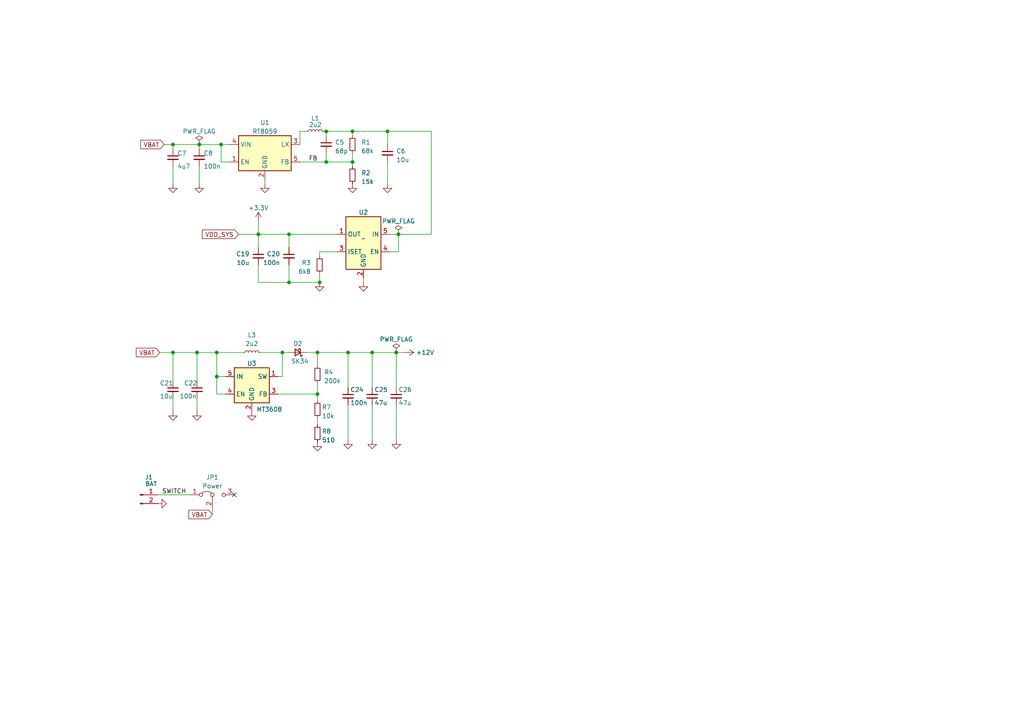
<source format=kicad_sch>
(kicad_sch (version 20230121) (generator eeschema)
  (paper "A4")
  (lib_symbols
    (symbol "Collins_Custom_Libs:RT8059"
      (property "Reference" "U" (at 0 6.35 0))
      (property "Value" "RT8059" (at 0 8.89 0))
      (symbol "RT8059_0_1"
        (rectangle (start -7.62 5.08) (end 7.62 -5.08) (stroke (width 0.254)) (fill (type background)))
      )
      (symbol "RT8059_1_1"
        (pin input line (at -10.16 -2.54 0) (length 2.54) (name "EN") (number "1"))
        (pin power_in line (at 0 -7.62 90) (length 2.54) (name "GND") (number "2"))
        (pin power_out line (at 10.16 2.54 180) (length 2.54) (name "LX") (number "3"))
        (pin power_in line (at -10.16 2.54 0) (length 2.54) (name "VIN") (number "4"))
        (pin input line (at 10.16 -2.54 180) (length 2.54) (name "FB") (number "5"))
      )
    )
    (symbol "Collins_Custom_Libs:SY6280"
      (property "Reference" "U" (at 0 8.89 0))
      (symbol "SY6280_0_1"
        (rectangle (start -5.08 7.62) (end 5.08 -7.62) (stroke (width 0.254)) (fill (type background)))
      )
      (symbol "SY6280_1_1"
        (pin power_out line (at 7.62 2.54 180) (length 2.54) (name "OUT") (number "1"))
        (pin power_in line (at 0 -10.16 90) (length 2.54) (name "GND") (number "2"))
        (pin input line (at 7.62 -2.54 180) (length 2.54) (name "ISET") (number "3"))
        (pin input line (at -7.62 -2.54 0) (length 2.54) (name "EN") (number "4"))
        (pin power_in line (at -7.62 2.54 0) (length 2.54) (name "IN") (number "5"))
      )
    )
    (symbol "Connector:Conn_01x02_Pin" (pin_names (offset 1.016) hide)
      (property "Reference" "J" (at 0 2.54 0))
      (property "Value" "Conn_01x02_Pin" (at 0 -5.08 0))
      (symbol "Conn_01x02_Pin_1_1"
        (polyline (pts (xy 1.27 -2.54) (xy 0.8636 -2.54)) (stroke (width 0.1524)))
        (polyline (pts (xy 1.27 0) (xy 0.8636 0)) (stroke (width 0.1524)))
        (rectangle (start 0.8636 -2.413) (end 0 -2.667) (stroke (width 0.1524)) (fill (type outline)))
        (rectangle (start 0.8636 0.127) (end 0 -0.127) (stroke (width 0.1524)) (fill (type outline)))
        (pin passive line (at 5.08 0 180) (length 3.81) (name "Pin_1") (number "1"))
        (pin passive line (at 5.08 -2.54 180) (length 3.81) (name "Pin_2") (number "2"))
      )
    )
    (symbol "Device:C_Small" (pin_numbers hide) (pin_names (offset 0.254) hide)
      (property "Reference" "C" (at 0.254 1.778 0))
      (property "Value" "C_Small" (at 0.254 -2.032 0))
      (symbol "C_Small_0_1"
        (polyline (pts (xy -1.524 -0.508) (xy 1.524 -0.508)) (stroke (width 0.3302)))
        (polyline (pts (xy -1.524 0.508) (xy 1.524 0.508)) (stroke (width 0.3048)))
      )
      (symbol "C_Small_1_1"
        (pin passive line (at 0 2.54 270) (length 2.032) (name "~") (number "1"))
        (pin passive line (at 0 -2.54 90) (length 2.032) (name "~") (number "2"))
      )
    )
    (symbol "Device:D_Schottky_Small" (pin_numbers hide) (pin_names (offset 0.254) hide)
      (property "Reference" "D" (at -1.27 2.032 0))
      (property "Value" "D_Schottky_Small" (at -7.112 -2.032 0))
      (symbol "D_Schottky_Small_0_1"
        (polyline (pts (xy -0.762 0) (xy 0.762 0)))
        (polyline (pts (xy 0.762 -1.016) (xy -0.762 0) (xy 0.762 1.016) (xy 0.762 -1.016)) (stroke (width 0.254)))
        (polyline (pts (xy -1.27 0.762) (xy -1.27 1.016) (xy -0.762 1.016) (xy -0.762 -1.016) (xy -0.254 -1.016) (xy -0.254 -0.762)) (stroke (width 0.254)))
      )
      (symbol "D_Schottky_Small_1_1"
        (pin passive line (at -2.54 0 0) (length 1.778) (name "K") (number "1"))
        (pin passive line (at 2.54 0 180) (length 1.778) (name "A") (number "2"))
      )
    )
    (symbol "Device:L_Small" (pin_numbers hide) (pin_names (offset 0.254) hide)
      (property "Reference" "L" (at 0.762 1.016 0))
      (property "Value" "L_Small" (at 0.762 -1.016 0))
      (symbol "L_Small_0_1"
        (arc (start 0 -2.032) (mid 0.5058 -1.524) (end 0 -1.016))
        (arc (start 0 -1.016) (mid 0.5058 -0.508) (end 0 0))
        (arc (start 0 0) (mid 0.5058 0.508) (end 0 1.016))
        (arc (start 0 1.016) (mid 0.5058 1.524) (end 0 2.032))
      )
      (symbol "L_Small_1_1"
        (pin passive line (at 0 2.54 270) (length 0.508) (name "~") (number "1"))
        (pin passive line (at 0 -2.54 90) (length 0.508) (name "~") (number "2"))
      )
    )
    (symbol "Device:R_Small" (pin_numbers hide) (pin_names (offset 0.254) hide)
      (property "Reference" "R" (at 0.762 0.508 0))
      (property "Value" "R_Small" (at 0.762 -1.016 0))
      (symbol "R_Small_0_1"
        (rectangle (start -0.762 1.778) (end 0.762 -1.778) (stroke (width 0.2032)))
      )
      (symbol "R_Small_1_1"
        (pin passive line (at 0 2.54 270) (length 0.762) (name "~") (number "1"))
        (pin passive line (at 0 -2.54 90) (length 0.762) (name "~") (number "2"))
      )
    )
    (symbol "Jumper:Jumper_3_Bridged12" (pin_names (offset 0) hide)
      (property "Reference" "JP" (at -2.54 -2.54 0))
      (property "Value" "Jumper_3_Bridged12" (at 0 2.794 0))
      (symbol "Jumper_3_Bridged12_0_0"
        (circle (center -3.302 0) (radius 0.508))
        (circle (center 0 0) (radius 0.508))
        (circle (center 3.302 0) (radius 0.508))
      )
      (symbol "Jumper_3_Bridged12_0_1"
        (arc (start -0.254 0.508) (mid -1.651 0.9912) (end -3.048 0.508))
        (polyline (pts (xy 0 -1.27) (xy 0 -0.508)))
      )
      (symbol "Jumper_3_Bridged12_1_1"
        (pin passive line (at -6.35 0 0) (length 2.54) (name "A") (number "1"))
        (pin passive line (at 0 -3.81 90) (length 2.54) (name "C") (number "2"))
        (pin passive line (at 6.35 0 180) (length 2.54) (name "B") (number "3"))
      )
    )
    (symbol "Regulator_Switching:MT3608"
      (property "Reference" "U" (at -2.54 8.89 0))
      (property "Value" "MT3608" (at -3.81 6.35 0))
      (symbol "MT3608_0_1"
        (rectangle (start -5.08 5.08) (end 5.08 -5.08) (stroke (width 0.254)) (fill (type background)))
      )
      (symbol "MT3608_1_1"
        (pin passive line (at 7.62 2.54 180) (length 2.54) (name "SW") (number "1"))
        (pin power_in line (at 0 -7.62 90) (length 2.54) (name "GND") (number "2"))
        (pin input line (at 7.62 -2.54 180) (length 2.54) (name "FB") (number "3"))
        (pin input line (at -7.62 -2.54 0) (length 2.54) (name "EN") (number "4"))
        (pin power_in line (at -7.62 2.54 0) (length 2.54) (name "IN") (number "5"))
        (pin no_connect line (at 5.08 0 180) (length 2.54) hide (name "NC") (number "6"))
      )
    )
    (symbol "power:+12V" (power) (pin_names (offset 0))
      (property "Value" "+12V" (at 0 3.556 0))
      (symbol "+12V_0_1"
        (polyline (pts (xy -0.762 1.27) (xy 0 2.54)))
        (polyline (pts (xy 0 0) (xy 0 2.54)))
        (polyline (pts (xy 0 2.54) (xy 0.762 1.27)))
      )
      (symbol "+12V_1_1"
        (pin power_in line (at 0 0 90) (length 0) hide (name "+12V") (number "1"))
      )
    )
    (symbol "power:+3.3V" (power) (pin_names (offset 0))
      (property "Value" "+3.3V" (at 0 3.556 0))
      (symbol "+3.3V_0_1"
        (polyline (pts (xy -0.762 1.27) (xy 0 2.54)))
        (polyline (pts (xy 0 0) (xy 0 2.54)))
        (polyline (pts (xy 0 2.54) (xy 0.762 1.27)))
      )
      (symbol "+3.3V_1_1"
        (pin power_in line (at 0 0 90) (length 0) hide (name "+3.3V") (number "1"))
      )
    )
    (symbol "power:GND" (power) (pin_names (offset 0))
      (property "Value" "GND" (at 0 -3.81 0))
      (symbol "GND_0_1"
        (polyline (pts (xy 0 0) (xy 0 -1.27) (xy 1.27 -1.27) (xy 0 -2.54) (xy -1.27 -1.27) (xy 0 -1.27)))
      )
      (symbol "GND_1_1"
        (pin power_in line (at 0 0 270) (length 0) hide (name "GND") (number "1"))
      )
    )
    (symbol "power:PWR_FLAG" (power) (pin_numbers hide) (pin_names (offset 0) hide)
      (property "Value" "PWR_FLAG" (at 0 3.81 0))
      (symbol "PWR_FLAG_0_0"
        (pin power_out line (at 0 0 90) (length 0) (name "pwr") (number "1"))
      )
      (symbol "PWR_FLAG_0_1"
        (polyline (pts (xy 0 0) (xy 0 1.27) (xy -1.016 1.905) (xy 0 2.54) (xy 1.016 1.905) (xy 0 1.27)))
      )
    )
  )
  (junction (at 115.57 67.945))
  (junction (at 102.235 46.99))
  (junction (at 114.935 102.235))
  (junction (at 92.71 81.915))
  (junction (at 83.82 67.945))
  (junction (at 62.865 109.22))
  (junction (at 57.15 102.235))
  (junction (at 50.165 41.91))
  (junction (at 112.395 38.1))
  (junction (at 74.93 67.945))
  (junction (at 83.82 81.915))
  (junction (at 92.075 102.235))
  (junction (at 102.235 38.1))
  (junction (at 94.615 46.99))
  (junction (at 50.165 102.235))
  (junction (at 107.95 102.235))
  (junction (at 62.865 102.235))
  (junction (at 64.135 41.91))
  (junction (at 81.915 102.235))
  (junction (at 100.965 102.235))
  (junction (at 94.615 38.1))
  (junction (at 92.075 114.3))
  (junction (at 57.785 41.91))
  (no_connect (at 67.945 143.51))
  (wire (pts (xy 62.865 114.3) (xy 62.865 109.22)))
  (wire (pts (xy 86.995 38.1) (xy 88.9 38.1)))
  (wire (pts (xy 83.82 71.755) (xy 83.82 67.945)))
  (wire (pts (xy 57.15 119.38) (xy 57.15 115.57)))
  (wire (pts (xy 107.95 112.395) (xy 107.95 102.235)))
  (wire (pts (xy 62.865 109.22) (xy 62.865 102.235)))
  (wire (pts (xy 115.57 67.945) (xy 125.095 67.945)))
  (wire (pts (xy 83.82 67.945) (xy 74.93 67.945)))
  (wire (pts (xy 81.915 102.235) (xy 83.82 102.235)))
  (wire (pts (xy 102.235 44.45) (xy 102.235 46.99)))
  (wire (pts (xy 61.595 147.32) (xy 61.595 149.225)))
  (wire (pts (xy 50.165 53.34) (xy 50.165 48.26)))
  (wire (pts (xy 88.9 102.235) (xy 92.075 102.235)))
  (wire (pts (xy 80.645 114.3) (xy 92.075 114.3)))
  (wire (pts (xy 115.57 67.945) (xy 113.03 67.945)))
  (wire (pts (xy 97.79 73.025) (xy 92.71 73.025)))
  (wire (pts (xy 92.71 73.025) (xy 92.71 74.295)))
  (wire (pts (xy 50.165 41.91) (xy 57.785 41.91)))
  (wire (pts (xy 102.235 38.1) (xy 112.395 38.1)))
  (wire (pts (xy 92.075 102.235) (xy 92.075 106.045)))
  (wire (pts (xy 86.995 41.91) (xy 86.995 38.1)))
  (wire (pts (xy 69.215 67.945) (xy 74.93 67.945)))
  (wire (pts (xy 47.625 41.91) (xy 50.165 41.91)))
  (wire (pts (xy 112.395 38.1) (xy 125.095 38.1)))
  (wire (pts (xy 125.095 38.1) (xy 125.095 67.945)))
  (wire (pts (xy 65.405 114.3) (xy 62.865 114.3)))
  (wire (pts (xy 92.075 121.285) (xy 92.075 123.19)))
  (wire (pts (xy 50.165 119.38) (xy 50.165 115.57)))
  (wire (pts (xy 57.15 102.235) (xy 62.865 102.235)))
  (wire (pts (xy 74.93 81.915) (xy 83.82 81.915)))
  (wire (pts (xy 50.165 102.235) (xy 50.165 110.49)))
  (wire (pts (xy 45.72 143.51) (xy 55.245 143.51)))
  (wire (pts (xy 114.935 127.635) (xy 114.935 117.475)))
  (wire (pts (xy 102.235 46.99) (xy 102.235 48.26)))
  (wire (pts (xy 57.785 53.34) (xy 57.785 48.26)))
  (wire (pts (xy 75.565 102.235) (xy 81.915 102.235)))
  (wire (pts (xy 81.915 109.22) (xy 81.915 102.235)))
  (wire (pts (xy 74.93 67.945) (xy 74.93 71.755)))
  (wire (pts (xy 92.71 81.915) (xy 92.71 79.375)))
  (wire (pts (xy 115.57 73.025) (xy 115.57 67.945)))
  (wire (pts (xy 100.965 102.235) (xy 92.075 102.235)))
  (wire (pts (xy 74.93 64.135) (xy 74.93 67.945)))
  (wire (pts (xy 65.405 109.22) (xy 62.865 109.22)))
  (wire (pts (xy 94.615 38.1) (xy 94.615 39.37)))
  (wire (pts (xy 74.93 76.835) (xy 74.93 81.915)))
  (wire (pts (xy 92.075 114.3) (xy 92.075 116.205)))
  (wire (pts (xy 64.135 41.91) (xy 66.675 41.91)))
  (wire (pts (xy 50.165 102.235) (xy 57.15 102.235)))
  (wire (pts (xy 92.075 114.3) (xy 92.075 111.125)))
  (wire (pts (xy 57.785 43.18) (xy 57.785 41.91)))
  (wire (pts (xy 66.675 46.99) (xy 64.135 46.99)))
  (wire (pts (xy 83.82 76.835) (xy 83.82 81.915)))
  (wire (pts (xy 100.965 102.235) (xy 107.95 102.235)))
  (wire (pts (xy 105.41 81.915) (xy 105.41 80.645)))
  (wire (pts (xy 102.235 38.1) (xy 102.235 39.37)))
  (wire (pts (xy 94.615 46.99) (xy 102.235 46.99)))
  (wire (pts (xy 50.165 43.18) (xy 50.165 41.91)))
  (wire (pts (xy 100.965 127.635) (xy 100.965 117.475)))
  (wire (pts (xy 57.785 41.91) (xy 64.135 41.91)))
  (wire (pts (xy 94.615 38.1) (xy 102.235 38.1)))
  (wire (pts (xy 113.03 73.025) (xy 115.57 73.025)))
  (wire (pts (xy 93.98 38.1) (xy 94.615 38.1)))
  (wire (pts (xy 46.355 102.235) (xy 50.165 102.235)))
  (wire (pts (xy 97.79 67.945) (xy 83.82 67.945)))
  (wire (pts (xy 100.965 112.395) (xy 100.965 102.235)))
  (wire (pts (xy 112.395 46.99) (xy 112.395 53.34)))
  (wire (pts (xy 64.135 46.99) (xy 64.135 41.91)))
  (wire (pts (xy 94.615 46.99) (xy 94.615 44.45)))
  (wire (pts (xy 62.865 102.235) (xy 70.485 102.235)))
  (wire (pts (xy 86.995 46.99) (xy 94.615 46.99)))
  (wire (pts (xy 114.935 112.395) (xy 114.935 102.235)))
  (wire (pts (xy 80.645 109.22) (xy 81.915 109.22)))
  (wire (pts (xy 107.95 127.635) (xy 107.95 117.475)))
  (wire (pts (xy 83.82 81.915) (xy 92.71 81.915)))
  (wire (pts (xy 117.475 102.235) (xy 114.935 102.235)))
  (wire (pts (xy 76.835 53.34) (xy 76.835 52.07)))
  (wire (pts (xy 114.935 102.235) (xy 107.95 102.235)))
  (wire (pts (xy 57.15 102.235) (xy 57.15 110.49)))
  (wire (pts (xy 112.395 38.1) (xy 112.395 41.91)))
  (label "FB" (at 89.535 46.99 0))
  (label "SWITCH" (at 46.99 143.51 0))
  (global_label "VBAT" (shape input) (at 46.355 102.235 180) (property "Intersheetrefs" "${INTERSHEET_REFS}" (effects hide)))
  (global_label "VBAT" (shape input) (at 61.595 149.225 180) (property "Intersheetrefs" "${INTERSHEET_REFS}" (effects hide)))
  (global_label "VDD_SYS" (shape input) (at 69.215 67.945 180) (property "Intersheetrefs" "${INTERSHEET_REFS}" (effects hide)))
  (global_label "VBAT" (shape input) (at 47.625 41.91 180) (property "Intersheetrefs" "${INTERSHEET_REFS}" (effects hide)))
  (symbol (lib_id "Device:R_Small") (at 102.235 50.8 0) (unit 1)
    (property "Reference" "R2" (at 104.775 50.165 0) (effects (justify left)))
    (property "Value" "15k" (at 104.775 52.705 0) (effects (justify left)))
    (property "Footprint" "Resistor_SMD:R_0603_1608Metric" (effects hide))
    (instances (project "NPK_Board" (path "" (reference "R2") (unit 1)) (path "" (reference "R3") (unit 1))) (project "STLoRa_Carrier_Board" (path "" (reference "R2") (unit 1))))
  )
  (symbol (lib_id "Device:C_Small") (at 57.15 113.03 0) (unit 1)
    (property "Reference" "C22" (at 53.34 111.125 0) (effects (justify left)))
    (property "Value" "100n" (at 52.07 114.935 0) (effects (justify left)))
    (property "Footprint" "Capacitor_SMD:C_1206_3216Metric" (effects hide))
    (instances (project "NPK_Board" (path "" (reference "C22") (unit 1)) (path "" (reference "C22") (unit 1))) (project "STLoRa_Carrier_Board" (path "" (reference "C3") (unit 1))))
  )
  (symbol (lib_id "power:GND") (at 57.785 53.34 0) (unit 1)
    (property "Reference" "#PWR06" (effects hide))
    (property "Value" "GND" (effects hide))
    (instances (project "NPK_Board" (path "" (reference "#PWR06") (unit 1)) (path "" (reference "#PWR06") (unit 1))) (project "STLoRa_Carrier_Board" (path "" (reference "#PWR02") (unit 1))))
  )
  (symbol (lib_id "Device:R_Small") (at 92.71 76.835 0) (mirror y) (unit 1)
    (property "Reference" "R3" (at 90.17 76.2 0) (effects (justify left)))
    (property "Value" "6k8" (at 90.17 78.74 0) (effects (justify left)))
    (property "Footprint" "Resistor_SMD:R_0603_1608Metric" (effects hide))
    (instances (project "NPK_Board" (path "" (reference "R3") (unit 1)) (path "" (reference "R1") (unit 1))) (project "STLoRa_Carrier_Board" (path "" (reference "R3") (unit 1))))
  )
  (symbol (lib_id "power:GND") (at 92.71 81.915 0) (mirror y) (unit 1)
    (property "Reference" "#PWR015" (effects hide))
    (property "Value" "GND" (effects hide))
    (instances (project "NPK_Board" (path "" (reference "#PWR015") (unit 1)) (path "" (reference "#PWR09") (unit 1))) (project "STLoRa_Carrier_Board" (path "" (reference "#PWR07") (unit 1))))
  )
  (symbol (lib_id "Device:C_Small") (at 114.935 114.935 0) (unit 1)
    (property "Reference" "C26" (at 115.57 113.03 0) (effects (justify left)))
    (property "Value" "47u" (at 115.57 116.84 0) (effects (justify left)))
    (property "Footprint" "Capacitor_SMD:C_1206_3216Metric" (effects hide))
    (instances (project "NPK_Board" (path "" (reference "C26") (unit 1)) (path "" (reference "C26") (unit 1))) (project "STLoRa_Carrier_Board" (path "" (reference "C3") (unit 1))))
  )
  (symbol (lib_id "Device:C_Small") (at 94.615 41.91 0) (unit 1)
    (property "Reference" "C5" (at 97.155 41.2813 0) (effects (justify left)))
    (property "Value" "68p" (at 97.155 43.8213 0) (effects (justify left)))
    (property "Footprint" "Capacitor_SMD:C_1206_3216Metric" (effects hide))
    (instances (project "NPK_Board" (path "" (reference "C5") (unit 1)) (path "" (reference "C19") (unit 1))) (project "STLoRa_Carrier_Board" (path "" (reference "C2") (unit 1))))
  )
  (symbol (lib_id "Collins_Custom_Libs:RT8059") (at 76.835 44.45 0) (unit 1)
    (property "Reference" "U1" (at 76.835 35.56 0))
    (property "Value" "RT8059" (at 76.835 38.1 0))
    (property "Footprint" "Package_TO_SOT_SMD:SOT-23-5" (effects hide))
    (property "Datasheet" "https://datasheet.lcsc.com/lcsc/1811100910_Richtek-Tech-RT8059GJ5_C20542.pdf" (effects hide))
  )
  (symbol (lib_id "Device:L_Small") (at 73.025 102.235 90) (unit 1)
    (property "Reference" "L3" (at 73.025 97.155 90))
    (property "Value" "2u2" (at 73.025 99.695 90))
    (property "Footprint" "Inductor_SMD:L_Sunlord_MWSA0503S" (effects hide))
    (instances (project "NPK_Board" (path "" (reference "L3") (unit 1)) (path "" (reference "L3") (unit 1))) (project "STLoRa_Carrier_Board" (path "" (reference "L1") (unit 1))))
  )
  (symbol (lib_id "Device:C_Small") (at 50.165 45.72 0) (unit 1)
    (property "Reference" "C7" (at 51.435 44.45 0) (effects (justify left)))
    (property "Value" "4u7" (at 51.435 48.26 0) (effects (justify left)))
    (property "Footprint" "Capacitor_SMD:C_1206_3216Metric" (effects hide))
    (instances (project "NPK_Board" (path "" (reference "C7") (unit 1)) (path "" (reference "C5") (unit 1))) (project "STLoRa_Carrier_Board" (path "" (reference "C3") (unit 1))))
  )
  (symbol (lib_id "Device:R_Small") (at 92.075 118.745 0) (mirror y) (unit 1)
    (property "Reference" "R7" (at 93.345 118.11 0) (effects (justify right)))
    (property "Value" "10k" (at 93.345 120.65 0) (effects (justify right)))
    (property "Footprint" "Resistor_SMD:R_0603_1608Metric" (effects hide))
    (instances (project "NPK_Board" (path "" (reference "R7") (unit 1)) (path "" (reference "R7") (unit 1))) (project "STLoRa_Carrier_Board" (path "" (reference "R3") (unit 1))))
  )
  (symbol (lib_id "Device:C_Small") (at 57.785 45.72 0) (unit 1)
    (property "Reference" "C8" (at 59.055 44.45 0) (effects (justify left)))
    (property "Value" "100n" (at 59.055 48.26 0) (effects (justify left)))
    (property "Footprint" "Capacitor_SMD:C_1206_3216Metric" (effects hide))
    (instances (project "NPK_Board" (path "" (reference "C8") (unit 1)) (path "" (reference "C6") (unit 1))) (project "STLoRa_Carrier_Board" (path "" (reference "C1") (unit 1))))
  )
  (symbol (lib_id "power:PWR_FLAG") (at 114.935 102.235 0) (unit 1)
    (property "Reference" "#FLG04" (effects hide))
    (property "Value" "PWR_FLAG" (at 114.935 98.425 0))
    (instances (project "NPK_Board" (path "" (reference "#FLG04") (unit 1)) (path "" (reference "#FLG04") (unit 1))) (project "STLoRa_Carrier_Board" (path "" (reference "#FLG02") (unit 1))))
  )
  (symbol (lib_id "Jumper:Jumper_3_Bridged12") (at 61.595 143.51 0) (unit 1)
    (property "Reference" "JP1" (at 61.595 138.43 0))
    (property "Value" "Power" (at 61.595 140.97 0))
  )
  (symbol (lib_id "power:GND") (at 105.41 81.915 0) (mirror y) (unit 1)
    (property "Reference" "#PWR016" (effects hide))
    (property "Value" "GND" (effects hide))
    (instances (project "NPK_Board" (path "" (reference "#PWR016") (unit 1)) (path "" (reference "#PWR015") (unit 1))) (project "STLoRa_Carrier_Board" (path "" (reference "#PWR06") (unit 1))))
  )
  (symbol (lib_id "power:+3.3V") (at 74.93 64.135 0) (mirror y) (unit 1)
    (property "Reference" "#PWR012" (effects hide))
    (property "Value" "+3.3V" (at 74.93 60.325 0))
    (instances (project "NPK_Board" (path "" (reference "#PWR012") (unit 1)) (path "" (reference "#PWR07") (unit 1))) (project "STLoRa_Carrier_Board" (path "" (reference "#PWR08") (unit 1))))
  )
  (symbol (lib_id "Device:C_Small") (at 100.965 114.935 0) (unit 1)
    (property "Reference" "C24" (at 101.6 113.03 0) (effects (justify left)))
    (property "Value" "100n" (at 101.6 116.84 0) (effects (justify left)))
    (property "Footprint" "Capacitor_SMD:C_1206_3216Metric" (effects hide))
    (instances (project "NPK_Board" (path "" (reference "C24") (unit 1)) (path "" (reference "C24") (unit 1))) (project "STLoRa_Carrier_Board" (path "" (reference "C3") (unit 1))))
  )
  (symbol (lib_id "power:GND") (at 73.025 119.38 0) (mirror y) (unit 1)
    (property "Reference" "#PWR022" (effects hide))
    (property "Value" "GND" (effects hide))
    (instances (project "NPK_Board" (path "" (reference "#PWR022") (unit 1)) (path "" (reference "#PWR021") (unit 1))) (project "STLoRa_Carrier_Board" (path "" (reference "#PWR06") (unit 1))))
  )
  (symbol (lib_id "power:PWR_FLAG") (at 57.785 41.91 0) (unit 1)
    (property "Reference" "#FLG01" (effects hide))
    (property "Value" "PWR_FLAG" (at 57.785 38.1 0))
    (instances (project "NPK_Board" (path "" (reference "#FLG01") (unit 1)) (path "" (reference "#FLG01") (unit 1))) (project "STLoRa_Carrier_Board" (path "" (reference "#FLG03") (unit 1))))
  )
  (symbol (lib_id "Regulator_Switching:MT3608") (at 73.025 111.76 0) (unit 1)
    (property "Reference" "U3" (at 73.025 105.41 0))
    (property "Value" "MT3608" (at 78.105 118.745 0))
    (property "Footprint" "Package_TO_SOT_SMD:SOT-23-6" (effects hide))
    (property "Datasheet" "https://www.olimex.com/Products/Breadboarding/BB-PWR-3608/resources/MT3608.pdf" (effects hide))
  )
  (symbol (lib_id "power:GND") (at 45.72 146.05 90) (unit 1)
    (property "Reference" "#PWR02" (effects hide))
    (property "Value" "GND" (effects hide))
    (instances (project "NPK_Board" (path "" (reference "#PWR02") (unit 1)) (path "" (reference "#PWR02") (unit 1))) (project "STLoRa_Carrier_Board" (path "" (reference "#PWR010") (unit 1))))
  )
  (symbol (lib_id "power:PWR_FLAG") (at 115.57 67.945 0) (mirror y) (unit 1)
    (property "Reference" "#FLG03" (effects hide))
    (property "Value" "PWR_FLAG" (at 115.57 64.135 0))
    (instances (project "NPK_Board" (path "" (reference "#FLG03") (unit 1)) (path "" (reference "#FLG03") (unit 1))) (project "STLoRa_Carrier_Board" (path "" (reference "#FLG01") (unit 1))))
  )
  (symbol (lib_id "Device:R_Small") (at 92.075 108.585 0) (mirror y) (unit 1)
    (property "Reference" "R4" (at 93.98 107.95 0) (effects (justify right)))
    (property "Value" "200k" (at 93.98 110.49 0) (effects (justify right)))
    (property "Footprint" "Resistor_SMD:R_0603_1608Metric" (effects hide))
    (instances (project "NPK_Board" (path "" (reference "R4") (unit 1)) (path "" (reference "R4") (unit 1))) (project "STLoRa_Carrier_Board" (path "" (reference "R3") (unit 1))))
  )
  (symbol (lib_id "Connector:Conn_01x02_Pin") (at 40.64 143.51 0) (unit 1)
    (property "Reference" "J1" (at 43.18 138.43 0))
    (property "Value" "BAT" (at 43.815 140.335 0))
    (property "Footprint" "Connector_JST:JST_PH_B2B-PH-K_1x02_P2.00mm_Vertical" (effects hide))
    (instances (project "NPK_Board" (path "" (reference "J1") (unit 1)) (path "" (reference "J1") (unit 1))) (project "STLoRa_Carrier_Board" (path "" (reference "J2") (unit 1))))
  )
  (symbol (lib_id "Device:R_Small") (at 92.075 125.73 0) (mirror y) (unit 1)
    (property "Reference" "R8" (at 93.345 125.095 0) (effects (justify right)))
    (property "Value" "510" (at 93.345 127.635 0) (effects (justify right)))
    (property "Footprint" "Resistor_SMD:R_0603_1608Metric" (effects hide))
    (instances (project "NPK_Board" (path "" (reference "R8") (unit 1)) (path "" (reference "R8") (unit 1))) (project "STLoRa_Carrier_Board" (path "" (reference "R3") (unit 1))))
  )
  (symbol (lib_id "Device:C_Small") (at 83.82 74.295 0) (mirror y) (unit 1)
    (property "Reference" "C20" (at 81.28 73.6663 0) (effects (justify left)))
    (property "Value" "100n" (at 81.28 76.2063 0) (effects (justify left)))
    (property "Footprint" "Capacitor_SMD:C_0805_2012Metric" (effects hide))
    (instances (project "NPK_Board" (path "" (reference "C20") (unit 1)) (path "" (reference "C8") (unit 1))) (project "STLoRa_Carrier_Board" (path "" (reference "C5") (unit 1))))
  )
  (symbol (lib_id "Device:C_Small") (at 112.395 44.45 0) (unit 1)
    (property "Reference" "C6" (at 114.935 43.8213 0) (effects (justify left)))
    (property "Value" "10u" (at 114.935 46.3613 0) (effects (justify left)))
    (property "Footprint" "Capacitor_SMD:C_1206_3216Metric" (effects hide))
    (instances (project "NPK_Board" (path "" (reference "C6") (unit 1)) (path "" (reference "C20") (unit 1))) (project "STLoRa_Carrier_Board" (path "" (reference "C4") (unit 1))))
  )
  (symbol (lib_id "power:GND") (at 107.95 127.635 0) (mirror y) (unit 1)
    (property "Reference" "#PWR026" (effects hide))
    (property "Value" "GND" (effects hide))
    (instances (project "NPK_Board" (path "" (reference "#PWR026") (unit 1)) (path "" (reference "#PWR026") (unit 1))) (project "STLoRa_Carrier_Board" (path "" (reference "#PWR06") (unit 1))))
  )
  (symbol (lib_id "Collins_Custom_Libs:SY6280") (at 105.41 70.485 0) (mirror y) (unit 1)
    (property "Reference" "U2" (at 105.41 61.595 0))
    (property "Value" "~" (at 105.41 69.215 0))
    (property "Footprint" "Package_TO_SOT_SMD:SOT-23-5" (effects hide))
    (property "Datasheet" "https://datasheet.lcsc.com/lcsc/1810121532_Silergy-Corp-SY6280AAC_C55136.pdf" (effects hide))
  )
  (symbol (lib_id "power:GND") (at 114.935 127.635 0) (mirror y) (unit 1)
    (property "Reference" "#PWR027" (effects hide))
    (property "Value" "GND" (effects hide))
    (instances (project "NPK_Board" (path "" (reference "#PWR027") (unit 1)) (path "" (reference "#PWR027") (unit 1))) (project "STLoRa_Carrier_Board" (path "" (reference "#PWR06") (unit 1))))
  )
  (symbol (lib_id "power:GND") (at 50.165 53.34 0) (unit 1)
    (property "Reference" "#PWR05" (effects hide))
    (property "Value" "GND" (effects hide))
    (instances (project "NPK_Board" (path "" (reference "#PWR05") (unit 1)) (path "" (reference "#PWR05") (unit 1))) (project "STLoRa_Carrier_Board" (path "" (reference "#PWR01") (unit 1))))
  )
  (symbol (lib_id "Device:C_Small") (at 107.95 114.935 0) (unit 1)
    (property "Reference" "C25" (at 108.585 113.03 0) (effects (justify left)))
    (property "Value" "47u" (at 108.585 116.84 0) (effects (justify left)))
    (property "Footprint" "Capacitor_SMD:C_1206_3216Metric" (effects hide))
    (instances (project "NPK_Board" (path "" (reference "C25") (unit 1)) (path "" (reference "C25") (unit 1))) (project "STLoRa_Carrier_Board" (path "" (reference "C3") (unit 1))))
  )
  (symbol (lib_id "power:GND") (at 92.075 128.27 0) (mirror y) (unit 1)
    (property "Reference" "#PWR028" (effects hide))
    (property "Value" "GND" (effects hide))
    (instances (project "NPK_Board" (path "" (reference "#PWR028") (unit 1)) (path "" (reference "#PWR022") (unit 1))) (project "STLoRa_Carrier_Board" (path "" (reference "#PWR06") (unit 1))))
  )
  (symbol (lib_id "power:+12V") (at 117.475 102.235 270) (unit 1)
    (property "Reference" "#PWR017" (effects hide))
    (property "Value" "+12V" (at 120.65 102.235 90) (effects (justify left)))
    (instances (project "NPK_Board" (path "" (reference "#PWR017") (unit 1)) (path "" (reference "#PWR028") (unit 1))))
  )
  (symbol (lib_id "Device:D_Schottky_Small") (at 86.36 102.235 180) (unit 1)
    (property "Reference" "D2" (at 86.36 99.695 0))
    (property "Value" "SK34" (at 86.995 104.775 0))
    (property "Footprint" "Diode_SMD:D_0603_1608Metric" (effects hide))
  )
  (symbol (lib_id "Device:C_Small") (at 74.93 74.295 0) (mirror y) (unit 1)
    (property "Reference" "C19" (at 72.39 73.6663 0) (effects (justify left)))
    (property "Value" "10u" (at 72.39 76.2063 0) (effects (justify left)))
    (property "Footprint" "Capacitor_SMD:C_0805_2012Metric" (effects hide))
    (instances (project "NPK_Board" (path "" (reference "C19") (unit 1)) (path "" (reference "C7") (unit 1))) (project "STLoRa_Carrier_Board" (path "" (reference "C6") (unit 1))))
  )
  (symbol (lib_id "power:GND") (at 57.15 119.38 0) (mirror y) (unit 1)
    (property "Reference" "#PWR021" (effects hide))
    (property "Value" "GND" (effects hide))
    (instances (project "NPK_Board" (path "" (reference "#PWR021") (unit 1)) (path "" (reference "#PWR020") (unit 1))) (project "STLoRa_Carrier_Board" (path "" (reference "#PWR06") (unit 1))))
  )
  (symbol (lib_id "power:GND") (at 76.835 53.34 0) (unit 1)
    (property "Reference" "#PWR07" (effects hide))
    (property "Value" "GND" (effects hide))
    (instances (project "NPK_Board" (path "" (reference "#PWR07") (unit 1)) (path "" (reference "#PWR08") (unit 1))) (project "STLoRa_Carrier_Board" (path "" (reference "#PWR03") (unit 1))))
  )
  (symbol (lib_id "Device:R_Small") (at 102.235 41.91 0) (unit 1)
    (property "Reference" "R1" (at 104.775 41.275 0) (effects (justify left)))
    (property "Value" "68k" (at 104.775 43.815 0) (effects (justify left)))
    (property "Footprint" "Resistor_SMD:R_0603_1608Metric" (effects hide))
    (instances (project "NPK_Board" (path "" (reference "R1") (unit 1)) (path "" (reference "R2") (unit 1))) (project "STLoRa_Carrier_Board" (path "" (reference "R1") (unit 1))))
  )
  (symbol (lib_id "power:GND") (at 112.395 53.34 0) (unit 1)
    (property "Reference" "#PWR09" (effects hide))
    (property "Value" "GND" (effects hide))
    (instances (project "NPK_Board" (path "" (reference "#PWR09") (unit 1)) (path "" (reference "#PWR016") (unit 1))) (project "STLoRa_Carrier_Board" (path "" (reference "#PWR05") (unit 1))))
  )
  (symbol (lib_id "power:GND") (at 50.165 119.38 0) (mirror y) (unit 1)
    (property "Reference" "#PWR020" (effects hide))
    (property "Value" "GND" (effects hide))
    (instances (project "NPK_Board" (path "" (reference "#PWR020") (unit 1)) (path "" (reference "#PWR017") (unit 1))) (project "STLoRa_Carrier_Board" (path "" (reference "#PWR06") (unit 1))))
  )
  (symbol (lib_id "Device:C_Small") (at 50.165 113.03 0) (unit 1)
    (property "Reference" "C21" (at 46.355 111.125 0) (effects (justify left)))
    (property "Value" "10u" (at 46.355 114.935 0) (effects (justify left)))
    (property "Footprint" "Capacitor_SMD:C_1206_3216Metric" (effects hide))
    (instances (project "NPK_Board" (path "" (reference "C21") (unit 1)) (path "" (reference "C21") (unit 1))) (project "STLoRa_Carrier_Board" (path "" (reference "C3") (unit 1))))
  )
  (symbol (lib_id "power:GND") (at 100.965 127.635 0) (mirror y) (unit 1)
    (property "Reference" "#PWR025" (effects hide))
    (property "Value" "GND" (effects hide))
    (instances (project "NPK_Board" (path "" (reference "#PWR025") (unit 1)) (path "" (reference "#PWR025") (unit 1))) (project "STLoRa_Carrier_Board" (path "" (reference "#PWR06") (unit 1))))
  )
  (symbol (lib_id "Device:L_Small") (at 91.44 38.1 90) (unit 1)
    (property "Reference" "L1" (at 91.44 34.29 90))
    (property "Value" "2u2" (at 91.44 36.195 90))
    (property "Footprint" "Inductor_SMD:L_Sunlord_MWSA0503S" (effects hide))
  )
  (symbol (lib_id "power:GND") (at 102.235 53.34 0) (unit 1)
    (property "Reference" "#PWR08" (effects hide))
    (property "Value" "GND" (effects hide))
    (instances (project "NPK_Board" (path "" (reference "#PWR08") (unit 1)) (path "" (reference "#PWR012") (unit 1))) (project "STLoRa_Carrier_Board" (path "" (reference "#PWR04") (unit 1))))
  )
)
</source>
